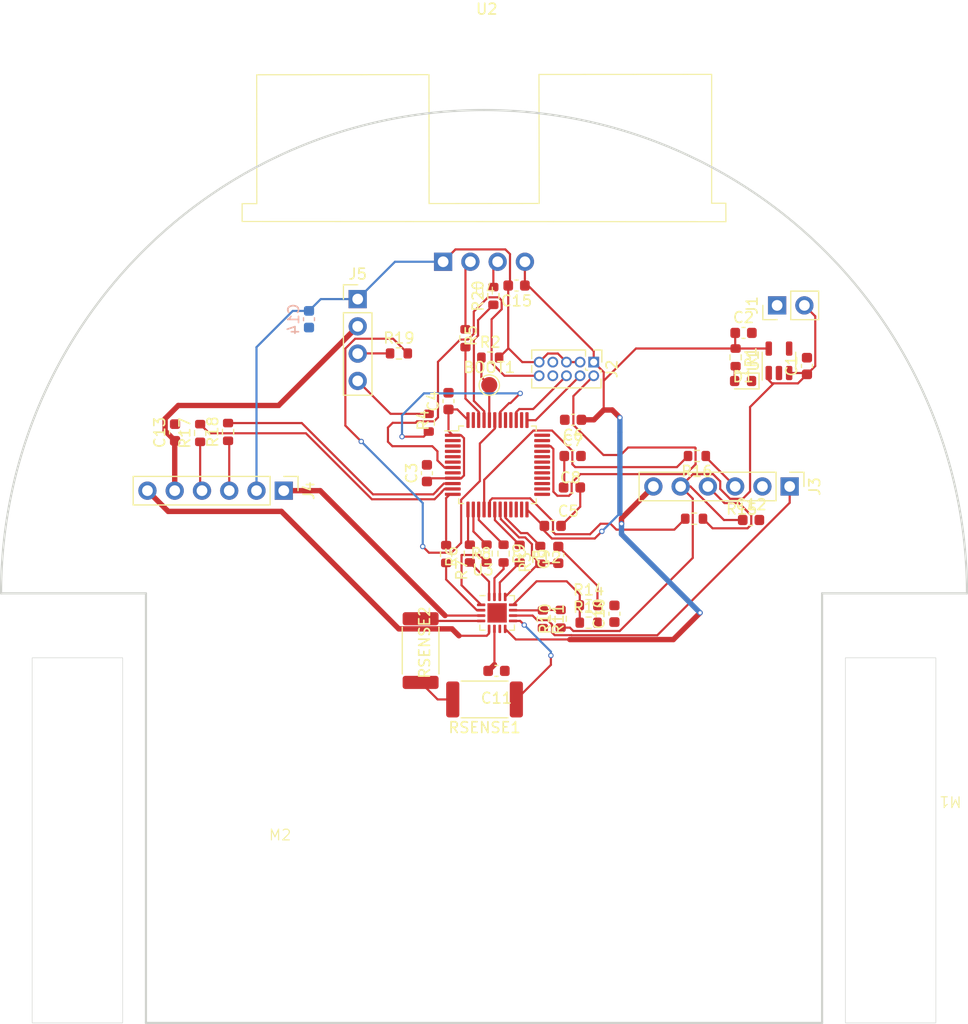
<source format=kicad_pcb>
(kicad_pcb (version 20221018) (generator pcbnew)
  (layers (0 "F.Cu" signal) (31 "B.Cu" signal) (34 "B.Paste" user) (35 "F.Paste" user) (36 "B.SilkS" user "B.Silkscreen") (37 "F.SilkS" user "F.Silkscreen") (38 "B.Mask" user) (39 "F.Mask" user) (44 "Edge.Cuts" user))
  (net 0 "")
  (net 1 "+3.3V")
  (net 2 "GND")
  (net 3 "+BATT")
  (net 4 "/mcu/IN_B2")
  (net 5 "/mcu/BOOT0")
  (net 6 "Net-(C10-Pad1)")
  (net 7 "/mcu/TIM15_CH1")
  (net 9 "/mcu/TIM15_CH2")
  (net 11 "/mcu/OUT_A4")
  (net 12 "/motorA/MA")
  (net 13 "/mcu/OUT_A5")
  (net 14 "/mcu/OUT_B0")
  (net 15 "/motorB/MA")
  (net 16 "/mcu/OUT_B1")
  (net 17 "Net-(D1-A)")
  (net 18 "/mcu/OUT_B9")
  (net 19 "Net-(U2-PB0)")
  (net 20 "/mcu/TIM3_CH1")
  (net 21 "/mcu/TIM2_CH1")
  (net 22 "/mcu/TIM3_CH2")
  (net 23 "/mcu/TIM2_CH2")
  (net 24 "/mcu/TIM8_CH2")
  (net 25 "Net-(U4-ECHO)")
  (net 26 "Net-(U2-PB6)")
  (net 27 "Net-(U2-PB9)")
  (net 28 "Net-(U2-PA2)")
  (net 29 "Net-(U2-PA3)")
  (net 30 "Net-(U2-PA4)")
  (net 31 "/mcu/~{RESET}")
  (net 32 "Net-(U2-PA5)")
  (net 33 "Net-(U3-REF)")
  (net 34 "Net-(U3-TOFF)")
  (net 35 "Net-(J3-Pin_4)")
  (net 36 "Net-(J3-Pin_3)")
  (net 37 "Net-(J4-Pin_4)")
  (net 38 "Net-(J4-Pin_3)")
  (net 39 "Net-(J5-Pin_3)")
  (net 40 "Net-(U3-SENSEB)")
  (net 41 "Net-(U3-SENSEA)")
  (net 42 "/mcu/SWDIO")
  (net 45 "/mcu/SWDCLK")
  (net 47 "/mcu/SWO")
  (net 67 "/motorB/MB")
  (net 68 "/motorA/MB")
  (net 69 "/external_uart/EXT_UART_RX")
  (net 70 "/external_uart/EXT_UART_TX")
  (footprint "Package_TO_SOT_SMD:SOT-23-5" (layer "F.Cu") (at 177.48 78.3475 90)
    (fp_text reference "U1")
    (fp_text value "LP5907MFX-3.3")
  )
  (footprint "Resistor_SMD:R_0603_1608Metric" (layer "F.Cu") (at 173.44 78.0275 -90)
    (fp_text reference "R1")
    (fp_text value "330")
  )
  (footprint "minimouse:N20_with_encoder" (layer "F.Cu") (at 131 123)
    (fp_text reference "M2")
    (fp_text value "N20_encoder")
    (fp_rect (start -23.1 -17) (end -14.67 17) (stroke (width 0.05)) (fill none) (layer "Edge.Cuts"))
  )
  (footprint "TestPoint:TestPoint_Pad_D1.5mm" (layer "F.Cu") (at 150.49 80.61)
    (fp_text reference "BOOT1")
    (fp_text value "TestPoint")
  )
  (footprint "Connector_PinHeader_2.54mm:PinHeader_1x06_P2.54mm_Vertical" (layer "F.Cu") (at 178.48 90.05 -90)
    (fp_text reference "J3")
    (fp_text value "Conn_01x06_Pin")
  )
  (footprint "Package_QFP:LQFP-48_7x7mm_P0.5mm" (layer "F.Cu") (at 151.2525 88.03)
    (fp_text reference "U2")
    (fp_text value locked "STM32F030C8Tx")
  )
  (footprint "Resistor_SMD:R_0603_1608Metric" (layer "F.Cu") (at 169.835 87.21 180)
    (fp_text reference "R16")
    (fp_text value "100Ω")
  )
  (footprint "Resistor_SMD:R_0603_1608Metric" (layer "F.Cu") (at 159.745 102.73)
    (fp_text reference "R13")
    (fp_text value "1kΩ")
  )
  (footprint "Resistor_SMD:R_0603_1608Metric" (layer "F.Cu") (at 157.14 102.37 90)
    (fp_text reference "R10")
    (fp_text value "10kΩ")
  )
  (footprint "Resistor_SMD:R_0603_1608Metric" (layer "F.Cu") (at 144.85 84.11 -90)
    (fp_text reference "R4")
    (fp_text value "100")
  )
  (footprint "Capacitor_SMD:C_0603_1608Metric" (layer "F.Cu") (at 146.69 82.1 90)
    (fp_text reference "C4")
    (fp_text value "2.2uF")
  )
  (footprint "Resistor_SMD:R_0603_1608Metric" (layer "F.Cu") (at 151.82 96.3 -90)
    (fp_text reference "R9")
    (fp_text value "100")
  )
  (footprint "minimouse:HC-SR04" (layer "F.Cu") (at 150 69.125)
    (fp_text reference "U4")
    (fp_text value "HC-SR04")
  )
  (footprint "Capacitor_SMD:C_0603_1608Metric" (layer "F.Cu") (at 156.4 93.72)
    (fp_text reference "C5")
    (fp_text value "0.1uF" hide)
  )
  (footprint "Capacitor_SMD:C_0603_1608Metric" (layer "F.Cu") (at 151.16 107.22)
    (fp_text reference "C11")
    (fp_text value "2.2uF")
  )
  (footprint "minimouse:N20_with_encoder" (layer "F.Cu") (at 169 123 180)
    (fp_text reference "M1")
    (fp_text value "N20_encoder")
    (fp_rect (start -23.1 -17) (end -14.67 17) (stroke (width 0.05)) (fill none) (layer "Edge.Cuts"))
  )
  (footprint "Connector_PinHeader_2.54mm:PinHeader_1x06_P2.54mm_Vertical" (layer "F.Cu") (at 131.34 90.44 -90)
    (fp_text reference "J4")
    (fp_text value "Conn_01x06_Pin")
  )
  (footprint "Capacitor_SMD:C_0603_1608Metric" (layer "F.Cu") (at 162.15 101.9 90)
    (fp_text reference "C10")
    (fp_text value "22nF")
  )
  (footprint "Connector_PinHeader_2.54mm:PinHeader_1x04_P2.54mm_Vertical" (layer "F.Cu") (at 138.23 72.6)
    (fp_text reference "J5")
    (fp_text value "Conn_01x04")
  )
  (footprint "LED_SMD:LED_0603_1608Metric" (layer "F.Cu") (at 174.14 80.2275 180)
    (fp_text reference "D1")
    (fp_text value "LED")
  )
  (footprint "Resistor_SMD:R_0603_1608Metric" (layer "F.Cu") (at 142.07 77.66)
    (fp_text reference "R19")
    (fp_text value "100Ω\n")
  )
  (footprint "Capacitor_SMD:C_0603_1608Metric" (layer "F.Cu") (at 144.68 88.81 90)
    (fp_text reference "C3")
    (fp_text value "2.2uF")
  )
  (footprint "Resistor_SMD:R_0603_1608Metric" (layer "F.Cu") (at 169.575 93.05 180)
    (fp_text reference locked "R15")
    (fp_text value "100Ω")
  )
  (footprint "Resistor_SMD:R_0603_1608Metric" (layer "F.Cu") (at 150.24 96.295 -90)
    (fp_text reference "R8")
    (fp_text value "100")
  )
  (footprint "Resistor_SMD:R_2512_6332Metric" (layer "F.Cu") (at 150.05 109.88 180)
    (fp_text reference "RSENSE1")
    (fp_text value "330mΩ")
  )
  (footprint "Capacitor_SMD:C_0603_1608Metric" (layer "F.Cu") (at 153.03 71.34 180)
    (fp_text reference "C15")
    (fp_text value "2.2uF")
  )
  (footprint "Resistor_SMD:R_0603_1608Metric" (layer "F.Cu") (at 148.68 96.3 -90)
    (fp_text reference "R7")
    (fp_text value "100")
  )
  (footprint "Resistor_SMD:R_0603_1608Metric" (layer "F.Cu") (at 150.58 78.05)
    (fp_text reference "R2")
    (fp_text value "10k")
  )
  (footprint "Capacitor_SMD:C_0603_1608Metric" (layer "F.Cu") (at 158.19 90.14)
    (fp_text reference "C8")
    (fp_text value "0.1uF")
  )
  (footprint "Capacitor_SMD:C_0603_1608Metric" (layer "F.Cu") (at 121.21 85.02 90)
    (fp_text reference "C13")
    (fp_text value "2.2uF")
  )
  (footprint "Resistor_SMD:R_0603_1608Metric" (layer "F.Cu") (at 159.745 101.11)
    (fp_text reference "R14")
    (fp_text value "47kΩ")
  )
  (footprint "Resistor_SMD:R_0603_1608Metric" (layer "F.Cu") (at 150.87 72.31 90)
    (fp_text reference "R20")
    (fp_text value "100")
  )
  (footprint "Package_DFN_QFN:VQFN-16-1EP_3x3mm_P0.5mm_EP1.8x1.8mm" (layer "F.Cu") (at 151.22 101.82)
    (fp_text reference "U3")
    (fp_text value "STSPIN240")
  )
  (footprint "Capacitor_SMD:C_0603_1608Metric" (layer "F.Cu") (at 174.88 93.17)
    (fp_text reference "C12")
    (fp_text value "2.2uF")
  )
  (footprint "Resistor_SMD:R_0603_1608Metric" (layer "F.Cu") (at 153.32 96.315 90)
    (fp_text reference "R3")
    (fp_text value "100")
  )
  (footprint "Resistor_SMD:R_0603_1608Metric" (layer "F.Cu") (at 155.48 102.41 -90)
    (fp_text reference "R11")
    (fp_text value "10kΩ")
  )
  (footprint "Capacitor_SMD:C_0603_1608Metric" (layer "F.Cu") (at 174.18 75.7475)
    (fp_text reference "C2")
    (fp_text value "2.2uF")
  )
  (footprint "Capacitor_SMD:C_0603_1608Metric" (layer "F.Cu") (at 180.09 78.8325 90)
    (fp_text reference "C1")
    (fp_text value "2.2uF")
  )
  (footprint "Connector_PinHeader_1.27mm:PinHeader_2x05_P1.27mm_Vertical" (layer "F.Cu") (at 160.22 78.47 -90)
    (fp_text reference "J2")
    (fp_text value "Conn_ARM_JTAG_SWD_10")
  )
  (footprint "Resistor_SMD:R_0603_1608Metric" (layer "F.Cu") (at 148.27 76.245 -90)
    (fp_text reference "R5")
    (fp_text value "100")
  )
  (footprint "Connector_PinHeader_2.54mm:PinHeader_1x02_P2.54mm_Vertical" (layer "F.Cu") (at 177.31 73.1875 90)
    (fp_text reference "J1")
    (fp_text value "Conn_01x02")
  )
  (footprint "Resistor_SMD:R_2512_6332Metric" (layer "F.Cu") (at 144.09 105.33 -90)
    (fp_text reference "RSENSE2")
    (fp_text value "330mΩ")
  )
  (footprint "Capacitor_SMD:C_0603_1608Metric" (layer "F.Cu") (at 158.255 87.21)
    (fp_text reference "C7")
    (fp_text value "0.1uF")
  )
  (footprint "Capacitor_SMD:C_0603_1608Metric" (layer "F.Cu") (at 158.3 83.84 180)
    (fp_text reference "C6")
    (fp_text value "0.1uF")
  )
  (footprint "Capacitor_SMD:C_0603_1608Metric" (layer "F.Cu") (at 156.92 96.42 90)
    (fp_text reference "C9")
    (fp_text value "1nF")
  )
  (footprint "Resistor_SMD:R_0603_1608Metric" (layer "F.Cu") (at 126.15 84.97 90)
    (fp_text reference "R18")
    (fp_text value "100Ω")
  )
  (footprint "Resistor_SMD:R_0603_1608Metric" (layer "F.Cu") (at 123.55 85.07 90)
    (fp_text reference "R17")
    (fp_text value "100Ω")
  )
  (footprint "Resistor_SMD:R_0603_1608Metric" (layer "F.Cu") (at 155.24 96.42 -90)
    (fp_text reference "R12")
    (fp_text value "10kΩ")
  )
  (footprint "Resistor_SMD:R_0603_1608Metric" (layer "F.Cu") (at 146.47 96.34 -90)
    (fp_text reference "R6")
    (fp_text value "100")
  )
  (footprint "Capacitor_SMD:C_0603_1608Metric" (layer "B.Cu") (at 133.69 74.475 -90)
    (fp_text reference "C14")
    (fp_text value "2.2uF")
  )
  (gr_arc locked (start 105 100) (mid 150 55) (end 195 100) (stroke (width 0.2)) (layer "Edge.Cuts"))
  (gr_line locked (start 181.5 140) (end 118.5 140) (stroke (width 0.2)) (layer "Edge.Cuts"))
  (gr_line locked (start 118.5 100) (end 105 100) (stroke (width 0.2)) (layer "Edge.Cuts"))
  (gr_line locked (start 181.5 100) (end 181.5 140) (stroke (width 0.2)) (layer "Edge.Cuts"))
  (gr_line locked (start 195 100) (end 181.5 100) (stroke (width 0.2)) (layer "Edge.Cuts"))
  (gr_line locked (start 118.5 140) (end 118.5 100) (stroke (width 0.2)) (layer "Edge.Cuts"))
  (segment (start 161.15 80.21) (end 161.15 79.4) (width 0.2) (layer "F.Cu") (net 1))
  (segment (start 161.15 79.4) (end 160.22 78.47) (width 0.2) (layer "F.Cu") (net 1))
  (segment (start 147.51009 82.875) (end 148.51259 83.8775) (width 0.2) (layer "F.Cu") (net 1))
  (segment (start 153.805 69.13) (end 153.81 69.125) (width 0.2) (layer "F.Cu") (net 1))
  (segment (start 148.13759 89.02241) (end 148.13759 85.55759) (width 0.2) (layer "F.Cu") (net 1))
  (segment (start 173.405 75.7475) (end 173.405 77.1675) (width 0.2) (layer "F.Cu") (net 1))
  (segment (start 161.15 82.93) (end 161.95 82.93) (width 0.5) (layer "F.Cu") (net 1))
  (segment (start 157.48 90.075) (end 157.415 90.14) (width 0.2) (layer "F.Cu") (net 1))
  (segment (start 154.11 71.34) (end 160.22 77.45) (width 0.2) (layer "F.Cu") (net 1))
  (segment (start 160.22 77.45) (end 160.22 78.47) (width 0.2) (layer "F.Cu") (net 1))
  (segment (start 176.5225 77.2025) (end 176.53 77.21) (width 0.2) (layer "F.Cu") (net 1))
  (segment (start 155.625 93.72) (end 155.625 94.195) (width 0.2) (layer "F.Cu") (net 1))
  (segment (start 146.69 84.87991) (end 147.10009 85.29) (width 0.2) (layer "F.Cu") (net 1))
  (segment (start 147.10009 89.29) (end 147.87 89.29) (width 0.2) (layer "F.Cu") (net 1))
  (segment (start 157.48 87.21) (end 157.48 90.075) (width 0.2) (layer "F.Cu") (net 1))
  (segment (start 146.69 82.875) (end 146.69 84.87991) (width 0.2) (layer "F.Cu") (net 1))
  (segment (start 153.805 71.34) (end 154.11 71.34) (width 0.2) (layer "F.Cu") (net 1))
  (segment (start 147.87 89.29) (end 148.13759 89.02241) (width 0.2) (layer "F.Cu") (net 1))
  (segment (start 160.315 94.895) (end 160.98 94.23) (width 0.2) (layer "F.Cu") (net 1))
  (segment (start 164.1575 77.2025) (end 161.15 80.21) (width 0.2) (layer "F.Cu") (net 1))
  (segment (start 161.15 82.93) (end 161.15 80.21) (width 0.2) (layer "F.Cu") (net 1))
  (segment (start 155.625 93.72) (end 155.53009 93.72) (width 0.2) (layer "F.Cu") (net 1))
  (segment (start 155.625 94.195) (end 156.325 94.895) (width 0.2) (layer "F.Cu") (net 1))
  (segment (start 147.10009 89.29) (end 144.975 89.29) (width 0.2) (layer "F.Cu") (net 1))
  (segment (start 148.13759 85.55759) (end 147.87 85.29) (width 0.2) (layer "F.Cu") (net 1))
  (segment (start 173.405 77.1675) (end 173.44 77.2025) (width 0.2) (layer "F.Cu") (net 1))
  (segment (start 155.53009 93.72) (end 154.01259 92.2025) (width 0.2) (layer "F.Cu") (net 1))
  (segment (start 156.325 94.895) (end 160.315 94.895) (width 0.2) (layer "F.Cu") (net 1))
  (segment (start 147.87 85.29) (end 147.10009 85.29) (width 0.2) (layer "F.Cu") (net 1))
  (segment (start 159.075 83.84) (end 160.24 83.84) (width 0.5) (layer "F.Cu") (net 1))
  (segment (start 146.69 82.875) (end 147.51009 82.875) (width 0.2) (layer "F.Cu") (net 1))
  (segment (start 173.44 77.2025) (end 176.5225 77.2025) (width 0.2) (layer "F.Cu") (net 1))
  (segment (start 144.975 89.29) (end 144.68 89.585) (width 0.2) (layer "F.Cu") (net 1))
  (segment (start 153.805 71.34) (end 153.805 69.13) (width 0.2) (layer "F.Cu") (net 1))
  (segment (start 173.44 77.2025) (end 164.1575 77.2025) (width 0.2) (layer "F.Cu") (net 1))
  (segment (start 160.24 83.84) (end 161.15 82.93) (width 0.5) (layer "F.Cu") (net 1))
  (segment (start 161.95 82.93) (end 162.66 83.64) (width 0.5) (layer "F.Cu") (net 1))
  (via (at 160.98 94.23) (size 0.5) (drill 0.3) (layers "F.Cu" "B.Cu") (net 1))
  (via (at 162.66 83.64) (size 0.5) (drill 0.3) (layers "F.Cu" "B.Cu") (net 1))
  (segment (start 162.66 92.55) (end 162.66 85) (width 0.5) (layer "B.Cu") (net 1))
  (segment (start 162.66 85) (end 162.66 83.64) (width 0.5) (layer "B.Cu") (net 1))
  (segment (start 162.66 92.55) (end 160.98 94.23) (width 0.2) (layer "B.Cu") (net 1))
  (segment (start 153.565 78.47) (end 152.255 77.16) (width 0.2) (layer "F.Cu") (net 2))
  (segment (start 158.965 91.93) (end 157.175 93.72) (width 0.2) (layer "F.Cu") (net 2))
  (segment (start 156.88 77.67) (end 155.94 77.67) (width 0.2) (layer "F.Cu") (net 2))
  (segment (start 147.34 67.975) (end 151.986346 67.975) (width 0.2) (layer "F.Cu") (net 2))
  (segment (start 152.255 77.16) (end 152.255 77.2) (width 0.2) (layer "F.Cu") (net 2))
  (segment (start 155.94 77.67) (end 155.14 78.47) (width 0.2) (layer "F.Cu") (net 2))
  (segment (start 157.68 78.47) (end 158.95 78.47) (width 0.2) (layer "F.Cu") (net 2))
  (segment (start 155.14 78.47) (end 153.565 78.47) (width 0.2) (layer "F.Cu") (net 2))
  (segment (start 157.68 78.47) (end 156.88 77.67) (width 0.2) (layer "F.Cu") (net 2))
  (segment (start 158.965 90.14) (end 158.965 91.93) (width 0.2) (layer "F.Cu") (net 2))
  (segment (start 152.42 68.408654) (end 152.42 71.175) (width 0.2) (layer "F.Cu") (net 2))
  (segment (start 152.255 71.34) (end 152.255 77.16) (width 0.2) (layer "F.Cu") (net 2))
  (segment (start 146.19 69.125) (end 147.34 67.975) (width 0.2) (layer "F.Cu") (net 2))
  (segment (start 151.986346 67.975) (end 152.42 68.408654) (width 0.2) (layer "F.Cu") (net 2))
  (segment (start 145.6775 109.88) (end 147.0875 109.88) (width 0.2) (layer "F.Cu") (net 2))
  (segment (start 160.57 99.295) (end 160.57 101.11) (width 0.2) (layer "F.Cu") (net 2))
  (segment (start 156.92 95.645) (end 160.57 99.295) (width 0.2) (layer "F.Cu") (net 2))
  (segment (start 152.42 71.175) (end 152.255 71.34) (width 0.2) (layer "F.Cu") (net 2))
  (segment (start 152.255 77.2) (end 151.405 78.05) (width 0.2) (layer "F.Cu") (net 2))
  (segment (start 144.09 108.2925) (end 145.6775 109.88) (width 0.2) (layer "F.Cu") (net 2))
  (segment (start 128.8 90.44) (end 128.8 77.08) (width 0.2) (layer "B.Cu") (net 2))
  (segment (start 146.19 69.125) (end 141.705 69.125) (width 0.2) (layer "B.Cu") (net 2))
  (segment (start 128.8 77.08) (end 132.18 73.7) (width 0.2) (layer "B.Cu") (net 2))
  (segment (start 132.18 73.7) (end 133.69 73.7) (width 0.2) (layer "B.Cu") (net 2))
  (segment (start 134.79 72.6) (end 133.69 73.7) (width 0.2) (layer "B.Cu") (net 2))
  (segment (start 138.23 72.6) (end 134.79 72.6) (width 0.2) (layer "B.Cu") (net 2))
  (segment (start 141.705 69.125) (end 138.23 72.6) (width 0.2) (layer "B.Cu") (net 2))
  (segment (start 180.09 79.6075) (end 180.865 78.8325) (width 0.2) (layer "F.Cu") (net 3))
  (segment (start 178.43 79.485) (end 179.9675 79.485) (width 0.2) (layer "F.Cu") (net 3))
  (segment (start 120.285 83.734172) (end 120.285 84.87) (width 0.5) (layer "F.Cu") (net 3))
  (segment (start 179.9675 79.485) (end 180.09 79.6075) (width 0.2) (layer "F.Cu") (net 3))
  (segment (start 172.923654 91.2) (end 172.01 90.286346) (width 0.2) (layer "F.Cu") (net 3))
  (segment (start 179.25 80.4475) (end 180.09 79.6075) (width 0.2) (layer "F.Cu") (net 3))
  (segment (start 130.86 82.51) (end 121.509172 82.51) (width 0.5) (layer "F.Cu") (net 3))
  (segment (start 176.99 80.4475) (end 179.25 80.4475) (width 0.2) (layer "F.Cu") (net 3))
  (segment (start 157.14 103.195) (end 158.004189 103.195) (width 0.2) (layer "F.Cu") (net 3))
  (segment (start 121.18 90.44) (end 121.18 85.825) (width 0.5) (layer "F.Cu") (net 3))
  (segment (start 172.353654 93.17) (end 169.233654 90.05) (width 0.2) (layer "F.Cu") (net 3))
  (segment (start 138.23 75.14) (end 130.86 82.51) (width 0.5) (layer "F.Cu") (net 3))
  (segment (start 174.79 90.51) (end 174.1 91.2) (width 0.2) (layer "F.Cu") (net 3))
  (segment (start 176.53 79.485) (end 176.53 80.147499) (width 0.2) (layer "F.Cu") (net 3))
  (segment (start 169.47 88.9) (end 168.32 90.05) (width 0.2) (layer "F.Cu") (net 3))
  (segment (start 121.509172 82.51) (end 120.285 83.734172) (width 0.5) (layer "F.Cu") (net 3))
  (segment (start 162.645 103.505) (end 169.45 96.7) (width 0.2) (layer "F.Cu") (net 3))
  (segment (start 176.830001 80.4475) (end 176.99 80.4475) (width 0.2) (layer "F.Cu") (net 3))
  (segment (start 176.53 80.147499) (end 176.830001 80.4475) (width 0.2) (layer "F.Cu") (net 3))
  (segment (start 150.97 103.3075) (end 150.97 106.635) (width 0.2) (layer "F.Cu") (net 3))
  (segment (start 169.45 96.7) (end 169.45 91.18) (width 0.2) (layer "F.Cu") (net 3))
  (segment (start 180.865 74.2025) (end 179.85 73.1875) (width 0.2) (layer "F.Cu") (net 3))
  (segment (start 174.1 91.2) (end 172.923654 91.2) (width 0.2) (layer "F.Cu") (net 3))
  (segment (start 174.105 93.17) (end 172.353654 93.17) (width 0.2) (layer "F.Cu") (net 3))
  (segment (start 120.285 84.87) (end 121.21 85.795) (width 0.5) (layer "F.Cu") (net 3))
  (segment (start 180.865 78.8325) (end 180.865 74.2025) (width 0.2) (layer "F.Cu") (net 3))
  (segment (start 174.79 82.6475) (end 174.79 90.51) (width 0.2) (layer "F.Cu") (net 3))
  (segment (start 150.97 106.635) (end 150.385 107.22) (width 0.5) (layer "F.Cu") (net 3))
  (segment (start 121.18 85.825) (end 121.21 85.795) (width 0.5) (layer "F.Cu") (net 3))
  (segment (start 171.336346 88.9) (end 169.47 88.9) (width 0.2) (layer "F.Cu") (net 3))
  (segment (start 158.004189 103.195) (end 158.314189 103.505) (width 0.2) (layer "F.Cu") (net 3))
  (segment (start 172.01 89.573654) (end 171.336346 88.9) (width 0.2) (layer "F.Cu") (net 3))
  (segment (start 169.233654 90.05) (end 168.32 90.05) (width 0.2) (layer "F.Cu") (net 3))
  (segment (start 158.314189 103.505) (end 162.645 103.505) (width 0.2) (layer "F.Cu") (net 3))
  (segment (start 169.45 91.18) (end 168.32 90.05) (width 0.2) (layer "F.Cu") (net 3))
  (segment (start 176.99 80.4475) (end 174.79 82.6475) (width 0.2) (layer "F.Cu") (net 3))
  (segment (start 172.01 90.286346) (end 172.01 89.573654) (width 0.2) (layer "F.Cu") (net 3))
  (segment (start 152.01259 92.97241) (end 152.01259 92.2025) (width 0.2) (layer "F.Cu") (net 4))
  (segment (start 155.24 95.595) (end 154.035 94.39) (width 0.2) (layer "F.Cu") (net 4))
  (segment (start 154.035 94.39) (end 153.43018 94.39) (width 0.2) (layer "F.Cu") (net 4))
  (segment (start 153.43018 94.39) (end 152.01259 92.97241) (width 0.2) (layer "F.Cu") (net 4))
  (segment (start 150.49 83.85491) (end 150.51259 83.8775) (width 0.2) (layer "F.Cu") (net 5))
  (segment (start 150.49 80.61) (end 150.49 83.85491) (width 0.2) (layer "F.Cu") (net 5))
  (segment (start 150.49 80.61) (end 149.755 79.875) (width 0.2) (layer "F.Cu") (net 5))
  (segment (start 149.755 79.875) (end 149.755 78.05) (width 0.2) (layer "F.Cu") (net 5))
  (segment (start 149.330614 101.57) (end 149.7325 101.57) (width 0.2) (layer "F.Cu") (net 7))
  (segment (start 146.47 98.709386) (end 149.330614 101.57) (width 0.2) (layer "F.Cu") (net 7))
  (segment (start 146.47 97.165) (end 146.47 98.709386) (width 0.2) (layer "F.Cu") (net 7))
  (segment (start 150.47 100.3325) (end 150.47 98.915) (width 0.2) (layer "F.Cu") (net 9))
  (segment (start 150.47 98.915) (end 148.68 97.125) (width 0.2) (layer "F.Cu") (net 9))
  (segment (start 150.24 97.12) (end 149.545 96.425) (width 0.2) (layer "F.Cu") (net 11))
  (segment (start 147.905 99.2425) (end 149.7325 101.07) (width 0.2) (layer "F.Cu") (net 11))
  (segment (start 147.905 96.445) (end 147.905 99.2425) (width 0.2) (layer "F.Cu") (net 11))
  (segment (start 149.545 96.425) (end 147.925 96.425) (width 0.2) (layer "F.Cu") (net 11))
  (segment (start 147.925 96.425) (end 147.905 96.445) (width 0.2) (layer "F.Cu") (net 11))
  (segment (start 155.927648 102.495) (end 156.34 102.907352) (width 0.2) (layer "F.Cu") (net 12))
  (segment (start 158.158503 103.905) (end 166.143696 103.905) (width 0.2) (layer "F.Cu") (net 12))
  (segment (start 154.527352 102.07) (end 154.952352 102.495) (width 0.2) (layer "F.Cu") (net 12))
  (segment (start 156.34 102.907352) (end 156.34 103.65) (width 0.2) (layer "F.Cu") (net 12))
  (segment (start 156.585 103.895) (end 158.148504 103.895) (width 0.2) (layer "F.Cu") (net 12))
  (segment (start 178.48 91.568696) (end 178.48 90.05) (width 0.2) (layer "F.Cu") (net 12))
  (segment (start 154.952352 102.495) (end 155.927648 102.495) (width 0.2) (layer "F.Cu") (net 12))
  (segment (start 166.143696 103.905) (end 178.48 91.568696) (width 0.2) (layer "F.Cu") (net 12))
  (segment (start 152.7075 102.07) (end 154.527352 102.07) (width 0.2) (layer "F.Cu") (net 12))
  (segment (start 156.34 103.65) (end 156.585 103.895) (width 0.2) (layer "F.Cu") (net 12))
  (segment (start 158.148504 103.895) (end 158.158503 103.905) (width 0.2) (layer "F.Cu") (net 12))
  (segment (start 150.97 98.59) (end 151.82 97.74) (width 0.2) (layer "F.Cu") (net 13))
  (segment (start 151.82 97.74) (end 151.82 97.125) (width 0.2) (layer "F.Cu") (net 13))
  (segment (start 150.97 100.3325) (end 150.97 98.59) (width 0.2) (layer "F.Cu") (net 13))
  (segment (start 151.47 100.3325) (end 151.47 98.99) (width 0.2) (layer "F.Cu") (net 14))
  (segment (start 151.47 98.99) (end 153.32 97.14) (width 0.2) (layer "F.Cu") (net 14))
  (segment (start 149.7325 102.07) (end 146.364744 102.07) (width 0.2) (layer "F.Cu") (net 15))
  (segment (start 134.734744 90.44) (end 131.34 90.44) (width 0.5) (layer "F.Cu") (net 15))
  (segment (start 146.364744 102.07) (end 134.734744 90.44) (width 0.5) (layer "F.Cu") (net 15))
  (segment (start 155.24 97.245) (end 155.0575 97.245) (width 0.2) (layer "F.Cu") (net 16))
  (segment (start 154.465 96.47) (end 155.24 97.245) (width 0.2) (layer "F.Cu") (net 16))
  (segment (start 155.29 97.195) (end 155.24 97.245) (width 0.2) (layer "F.Cu") (net 16))
  (segment (start 151.56259 93.02241) (end 151.56259 93.088095) (width 0.2) (layer "F.Cu") (net 16))
  (segment (start 155.0575 97.245) (end 151.97 100.3325) (width 0.2) (layer "F.Cu") (net 16))
  (segment (start 151.56259 93.088095) (end 153.264495 94.79) (width 0.2) (layer "F.Cu") (net 16))
  (segment (start 154.465 95.42) (end 154.465 96.47) (width 0.2) (layer "F.Cu") (net 16))
  (segment (start 153.264495 94.79) (end 153.835 94.79) (width 0.2) (layer "F.Cu") (net 16))
  (segment (start 153.835 94.79) (end 154.465 95.42) (width 0.2) (layer "F.Cu") (net 16))
  (segment (start 156.92 97.195) (end 155.29 97.195) (width 0.2) (layer "F.Cu") (net 16))
  (segment (start 173.3525 78.94) (end 173.44 78.8525) (width 0.2) (layer "F.Cu") (net 17))
  (segment (start 173.3525 80.2275) (end 173.3525 78.94) (width 0.2) (layer "F.Cu") (net 17))
  (segment (start 148.27 69.585) (end 148.73 69.125) (width 0.2) (layer "F.Cu") (net 18))
  (segment (start 148.27 75.42) (end 148.27 69.585) (width 0.2) (layer "F.Cu") (net 18))
  (segment (start 151.01259 93.18259) (end 153.32 95.49) (width 0.2) (layer "F.Cu") (net 19))
  (segment (start 151.01259 92.2025) (end 151.01259 93.18259) (width 0.2) (layer "F.Cu") (net 19))
  (segment (start 169.01 87.21) (end 167.97 88.25) (width 0.2) (layer "F.Cu") (net 20))
  (segment (start 150.01259 89.43259) (end 150.01259 92.2025) (width 0.2) (layer "F.Cu") (net 20))
  (segment (start 158.23 86.736304) (end 156.333696 84.84) (width 0.2) (layer "F.Cu") (net 20))
  (segment (start 158.5 88.25) (end 158.23 87.98) (width 0.2) (layer "F.Cu") (net 20))
  (segment (start 167.97 88.25) (end 158.5 88.25) (width 0.2) (layer "F.Cu") (net 20))
  (segment (start 154.60518 84.84) (end 150.01259 89.43259) (width 0.2) (layer "F.Cu") (net 20))
  (segment (start 158.23 87.98) (end 158.23 86.736304) (width 0.2) (layer "F.Cu") (net 20))
  (segment (start 156.333696 84.84) (end 154.60518 84.84) (width 0.2) (layer "F.Cu") (net 20))
  (segment (start 139.66 90.784314) (end 133.020685 84.145) (width 0.2) (layer "F.Cu") (net 21))
  (segment (start 145.6525 90.381905) (end 145.6525 90.411814) (width 0.2) (layer "F.Cu") (net 21))
  (segment (start 145.28 90.784314) (end 139.66 90.784314) (width 0.2) (layer "F.Cu") (net 21))
  (segment (start 147.09 89.78) (end 146.254405 89.78) (width 0.2) (layer "F.Cu") (net 21))
  (segment (start 146.254405 89.78) (end 145.6525 90.381905) (width 0.2) (layer "F.Cu") (net 21))
  (segment (start 145.6525 90.411814) (end 145.28 90.784314) (width 0.2) (layer "F.Cu") (net 21))
  (segment (start 133.020685 84.145) (end 126.15 84.145) (width 0.2) (layer "F.Cu") (net 21))
  (segment (start 161.787818 93.52) (end 160.852182 93.52) (width 0.2) (layer "F.Cu") (net 22))
  (segment (start 162.337818 94.07) (end 161.787818 93.52) (width 0.2) (layer "F.Cu") (net 22))
  (segment (start 156.425 94.275) (end 156.425 93.285) (width 0.2) (layer "F.Cu") (net 22))
  (segment (start 156.425 93.285) (end 154.295 91.155) (width 0.2) (layer "F.Cu") (net 22))
  (segment (start 150.5525 91.37259) (end 150.5525 92.16259) (width 0.2) (layer "F.Cu") (net 22))
  (segment (start 150.5525 92.16259) (end 150.51259 92.2025) (width 0.2) (layer "F.Cu") (net 22))
  (segment (start 168.75 93.05) (end 167.73 94.07) (width 0.2) (layer "F.Cu") (net 22))
  (segment (start 156.645 94.495) (end 156.425 94.275) (width 0.2) (layer "F.Cu") (net 22))
  (segment (start 160.852182 93.52) (end 159.877182 94.495) (width 0.2) (layer "F.Cu") (net 22))
  (segment (start 150.77009 91.155) (end 150.5525 91.37259) (width 0.2) (layer "F.Cu") (net 22))
  (segment (start 159.877182 94.495) (end 156.645 94.495) (width 0.2) (layer "F.Cu") (net 22))
  (segment (start 167.73 94.07) (end 162.337818 94.07) (width 0.2) (layer "F.Cu") (net 22))
  (segment (start 154.295 91.155) (end 150.77009 91.155) (width 0.2) (layer "F.Cu") (net 22))
  (segment (start 146.0525 90.54759) (end 146.32009 90.28) (width 0.2) (layer "F.Cu") (net 23))
  (segment (start 133.405 85.095) (end 139.55 91.24) (width 0.2) (layer "F.Cu") (net 23))
  (segment (start 146.0525 90.5775) (end 146.0525 90.54759) (width 0.2) (layer "F.Cu") (net 23))
  (segment (start 145.39 91.24) (end 146.0525 90.5775) (width 0.2) (layer "F.Cu") (net 23))
  (segment (start 146.32009 90.28) (end 147.09 90.28) (width 0.2) (layer "F.Cu") (net 23))
  (segment (start 139.55 91.24) (end 145.39 91.24) (width 0.2) (layer "F.Cu") (net 23))
  (segment (start 124.4 85.095) (end 133.405 85.095) (width 0.2) (layer "F.Cu") (net 23))
  (segment (start 123.55 84.245) (end 124.4 85.095) (width 0.2) (layer "F.Cu") (net 23))
  (segment (start 149.445 74.56) (end 149.445 75.998334) (width 0.2) (layer "F.Cu") (net 24))
  (segment (start 149.055 82.084314) (end 150.01259 83.041904) (width 0.2) (layer "F.Cu") (net 24))
  (segment (start 149.055 76.388334) (end 149.055 82.084314) (width 0.2) (layer "F.Cu") (net 24))
  (segment (start 150.87 73.135) (end 149.445 74.56) (width 0.2) (layer "F.Cu") (net 24))
  (segment (start 150.01259 83.041904) (end 150.01259 83.8775) (width 0.2) (layer "F.Cu") (net 24))
  (segment (start 149.445 75.998334) (end 149.055 76.388334) (width 0.2) (layer "F.Cu") (net 24))
  (segment (start 150.87 71.485) (end 150.87 69.525) (width 0.2) (layer "F.Cu") (net 25))
  (segment (start 150.87 69.525) (end 151.27 69.125) (width 0.2) (layer "F.Cu") (net 25))
  (segment (start 151.51259 83.8775) (end 151.51259 83.10759) (width 0.2) (layer "F.Cu") (net 26))
  (segment (start 142.36 85.41) (end 144.375 85.41) (width 0.2) (layer "F.Cu") (net 26))
  (segment (start 151.51259 83.10759) (end 152.34018 82.28) (width 0.2) (layer "F.Cu") (net 26))
  (segment (start 152.34018 82.28) (end 152.47 82.28) (width 0.2) (layer "F.Cu") (net 26))
  (segment (start 152.47 82.28) (end 153.37 81.38) (width 0.2) (layer "F.Cu") (net 26))
  (segment (start 144.375 85.41) (end 144.85 84.935) (width 0.2) (layer "F.Cu") (net 26))
  (via (at 153.37 81.38) (size 0.5) (drill 0.3) (layers "F.Cu" "B.Cu") (net 26))
  (via (at 142.36 85.41) (size 0.5) (drill 0.3) (layers "F.Cu" "B.Cu") (net 26))
  (segment (start 153.37 81.38) (end 144.4 81.38) (width 0.2) (layer "B.Cu") (net 26))
  (segment (start 144.4 81.38) (end 144.33 81.45) (width 0.2) (layer "B.Cu") (net 26))
  (segment (start 144.33 81.45) (end 142.36 83.42) (width 0.2) (layer "B.Cu") (net 26))
  (segment (start 142.36 85.41) (end 142.36 83.42) (width 0.2) (layer "B.Cu") (net 26))
  (segment (start 148.27 81.865) (end 149.51259 83.10759) (width 0.2) (layer "F.Cu") (net 27))
  (segment (start 148.27 77.07) (end 148.27 81.865) (width 0.2) (layer "F.Cu") (net 27))
  (segment (start 149.51259 83.10759) (end 149.51259 83.8775) (width 0.2) (layer "F.Cu") (net 27))
  (segment (start 147.10009 90.79) (end 146.81 90.79) (width 0.2) (layer "F.Cu") (net 28))
  (segment (start 146.47 91.13) (end 146.47 95.515) (width 0.2) (layer "F.Cu") (net 28))
  (segment (start 146.81 90.79) (end 146.47 91.13) (width 0.2) (layer "F.Cu") (net 28))
  (segment (start 148.51259 95.30759) (end 148.68 95.475) (width 0.2) (layer "F.Cu") (net 29))
  (segment (start 148.51259 92.2025) (end 148.51259 95.30759) (width 0.2) (layer "F.Cu") (net 29))
  (segment (start 150.24 95.47) (end 149.01259 94.24259) (width 0.2) (layer "F.Cu") (net 30))
  (segment (start 149.01259 94.24259) (end 149.01259 92.2025) (width 0.2) (layer "F.Cu") (net 30))
  (segment (start 149.045 73.765) (end 149.045 75.832648) (width 0.2) (layer "F.Cu") (net 31))
  (segment (start 147.782352 76.37) (end 145.71 78.442352) (width 0.2) (layer "F.Cu") (net 31))
  (segment (start 141.46 86.3) (end 145.18 86.3) (width 0.2) (layer "F.Cu") (net 31))
  (segment (start 141.05 85.89) (end 141.46 86.3) (width 0.2) (layer "F.Cu") (net 31))
  (segment (start 149.045 75.832648) (end 148.507648 76.37) (width 0.2) (layer "F.Cu") (net 31))
  (segment (start 151.357648 72.435) (end 150.375 72.435) (width 0.2) (layer "F.Cu") (net 31))
  (segment (start 151.907352 79.74) (end 150.705 78.537648) (width 0.2) (layer "F.Cu") (net 31))
  (segment (start 145.66 86.78) (end 145.66 87.61982) (width 0.2) (layer "F.Cu") (net 31))
  (segment (start 150.705 74.487648) (end 151.645 73.547648) (width 0.2) (layer "F.Cu") (net 31))
  (segment (start 145.18 86.3) (end 145.66 86.78) (width 0.2) (layer "F.Cu") (net 31))
  (segment (start 145.66 87.61982) (end 146.33018 88.29) (width 0.2) (layer "F.Cu") (net 31))
  (segment (start 145.337648 83.985) (end 143.757648 83.985) (width 0.2) (layer "F.Cu") (net 31))
  (segment (start 145.71 83.612648) (end 145.337648 83.985) (width 0.2) (layer "F.Cu") (net 31))
  (segment (start 141.49 84.12) (end 141.05 84.56) (width 0.2) (layer "F.Cu") (net 31))
  (segment (start 150.375 72.435) (end 149.045 73.765) (width 0.2) (layer "F.Cu") (net 31))
  (segment (start 145.71 78.442352) (end 145.71 83.612648) (width 0.2) (layer "F.Cu") (net 31))
  (segment (start 146.33018 88.29) (end 147.10009 88.29) (width 0.2) (layer "F.Cu") (net 31))
  (segment (start 141.05 84.56) (end 141.05 85.89) (width 0.2) (layer "F.Cu") (net 31))
  (segment (start 148.507648 76.37) (end 147.782352 76.37) (width 0.2) (layer "F.Cu") (net 31))
  (segment (start 151.645 73.547648) (end 151.645 72.722352) (width 0.2) (layer "F.Cu") (net 31))
  (segment (start 143.757648 83.985) (end 143.622648 84.12) (width 0.2) (layer "F.Cu") (net 31))
  (segment (start 155.14 79.74) (end 151.907352 79.74) (width 0.2) (layer "F.Cu") (net 31))
  (segment (start 150.705 78.537648) (end 150.705 74.487648) (width 0.2) (layer "F.Cu") (net 31))
  (segment (start 151.645 72.722352) (end 151.357648 72.435) (width 0.2) (layer "F.Cu") (net 31))
  (segment (start 143.622648 84.12) (end 141.49 84.12) (width 0.2) (layer "F.Cu") (net 31))
  (segment (start 149.51259 93.16759) (end 149.51259 92.2025) (width 0.2) (layer "F.Cu") (net 32))
  (segment (start 151.82 95.475) (end 149.51259 93.16759) (width 0.2) (layer "F.Cu") (net 32))
  (segment (start 157.14 101.545) (end 155.52 101.545) (width 0.2) (layer "F.Cu") (net 33))
  (segment (start 155.48 101.585) (end 152.7225 101.585) (width 0.2) (layer "F.Cu") (net 33))
  (segment (start 155.52 101.545) (end 155.48 101.585) (width 0.2) (layer "F.Cu") (net 33))
  (segment (start 152.7225 101.585) (end 152.7075 101.57) (width 0.2) (layer "F.Cu") (net 33))
  (segment (start 154.899297 98.878203) (end 152.7075 101.07) (width 0.2) (layer "F.Cu") (net 34))
  (segment (start 158.92 101.11) (end 158.92 102.73) (width 0.2) (layer "F.Cu") (net 34))
  (segment (start 158.92 100.099122) (end 157.699081 98.878203) (width 0.2) (layer "F.Cu") (net 34))
  (segment (start 158.92 101.11) (end 158.92 100.099122) (width 0.2) (layer "F.Cu") (net 34))
  (segment (start 157.699081 98.878203) (end 154.899297 98.878203) (width 0.2) (layer "F.Cu") (net 34))
  (segment (start 174.9 92.741304) (end 173.758696 91.6) (width 0.2) (layer "F.Cu") (net 35))
  (segment (start 172.41 91.6) (end 170.86 90.05) (width 0.2) (layer "F.Cu") (net 35))
  (segment (start 174.9 93.598696) (end 174.9 92.741304) (width 0.2) (layer "F.Cu") (net 35))
  (segment (start 173.758696 91.6) (end 172.41 91.6) (width 0.2) (layer "F.Cu") (net 35))
  (segment (start 171.295 93.945) (end 174.553696 93.945) (width 0.2) (layer "F.Cu") (net 35))
  (segment (start 174.553696 93.945) (end 174.9 93.598696) (width 0.2) (layer "F.Cu") (net 35))
  (segment (start 170.4 93.05) (end 171.295 93.945) (width 0.2) (layer "F.Cu") (net 35))
  (segment (start 170.66 87.31) (end 173.4 90.05) (width 0.2) (layer "F.Cu") (net 36))
  (segment (start 170.66 87.21) (end 170.66 87.31) (width 0.2) (layer "F.Cu") (net 36))
  (segment (start 123.55 85.895) (end 123.55 90.27) (width 0.2) (layer "F.Cu") (net 37))
  (segment (start 123.55 90.27) (end 123.72 90.44) (width 0.2) (layer "F.Cu") (net 37))
  (segment (start 126.26 85.905) (end 126.15 85.795) (width 0.2) (layer "F.Cu") (net 38))
  (segment (start 126.26 90.44) (end 126.26 85.905) (width 0.2) (layer "F.Cu") (net 38))
  (segment (start 138.25 77.66) (end 138.23 77.68) (width 0.2) (layer "F.Cu") (net 39))
  (segment (start 141.245 77.66) (end 138.25 77.66) (width 0.2) (layer "F.Cu") (net 39))
  (segment (start 152.7075 102.57) (end 153.37 102.57) (width 0.2) (layer "F.Cu") (net 40))
  (segment (start 153.37 102.57) (end 153.75 102.95) (width 0.2) (layer "F.Cu") (net 40))
  (segment (start 156.23 106.6625) (end 156.23 105.79) (width 0.2) (layer "F.Cu") (net 40))
  (segment (start 153.0125 109.88) (end 156.23 106.6625) (width 0.2) (layer "F.Cu") (net 40))
  (via (at 153.75 102.95) (size 0.5) (drill 0.3) (layers "F.Cu" "B.Cu") (net 40))
  (via (at 156.23 105.79) (size 0.5) (drill 0.3) (layers "F.Cu" "B.Cu") (net 40))
  (segment (start 153.75 102.95) (end 156.23 105.43) (width 0.2) (layer "B.Cu") (net 40))
  (segment (start 156.23 105.43) (end 156.23 105.79) (width 0.2) (layer "B.Cu") (net 40))
  (segment (start 144.2925 102.57) (end 149.7325 102.57) (width 0.2) (layer "F.Cu") (net 41))
  (segment (start 144.09 102.3675) (end 144.2925 102.57) (width 0.2) (layer "F.Cu") (net 41))
  (segment (start 158.325 84.313696) (end 161.131304 87.12) (width 0.2) (layer "F.Cu") (net 42))
  (segment (start 158.165 89.716304) (end 158.165 90.665) (width 0.2) (layer "F.Cu") (net 42))
  (segment (start 163.427818 86.42) (end 169.657648 86.42) (width 0.2) (layer "F.Cu") (net 42))
  (segment (start 157.915 90.915) (end 156.84 90.915) (width 0.2) (layer "F.Cu") (net 42))
  (segment (start 158.981304 88.9) (end 158.165 89.716304) (width 0.2) (layer "F.Cu") (net 42))
  (segment (start 169.657648 86.42) (end 169.71 86.472352) (width 0.2) (layer "F.Cu") (net 42))
  (segment (start 168.796346 88.9) (end 158.981304 88.9) (width 0.2) (layer "F.Cu") (net 42))
  (segment (start 156.46259 90.53759) (end 156.46259 86.55759) (width 0.2) (layer "F.Cu") (net 42))
  (segment (start 169.71 87.986346) (end 168.796346 88.9) (width 0.2) (layer "F.Cu") (net 42))
  (segment (start 161.131304 87.12) (end 162.727818 87.12) (width 0.2) (layer "F.Cu") (net 42))
  (segment (start 169.71 86.472352) (end 169.71 87.986346) (width 0.2) (layer "F.Cu") (net 42))
  (segment (start 162.727818 87.12) (end 163.427818 86.42) (width 0.2) (layer "F.Cu") (net 42))
  (segment (start 160.22 79.74) (end 158.325 81.635) (width 0.2) (layer "F.Cu") (net 42))
  (segment (start 158.325 81.635) (end 158.325 84.313696) (width 0.2) (layer "F.Cu") (net 42))
  (segment (start 156.195 86.29) (end 155.42509 86.29) (width 0.2) (layer "F.Cu") (net 42))
  (segment (start 156.46259 86.55759) (end 156.195 86.29) (width 0.2) (layer "F.Cu") (net 42))
  (segment (start 158.165 90.665) (end 157.915 90.915) (width 0.2) (layer "F.Cu") (net 42))
  (segment (start 156.84 90.915) (end 156.46259 90.53759) (width 0.2) (layer "F.Cu") (net 42))
  (segment (start 158.95 79.74) (end 154.8125 83.8775) (width 0.2) (layer "F.Cu") (net 45))
  (segment (start 154.8125 83.8775) (end 154.01259 83.8775) (width 0.2) (layer "F.Cu") (net 45))
  (segment (start 157.68 79.74) (end 154.58 82.84) (width 0.2) (layer "F.Cu") (net 47))
  (segment (start 154.58 82.84) (end 153.28018 82.84) (width 0.2) (layer "F.Cu") (net 47))
  (segment (start 153.28018 82.84) (end 153.01259 83.10759) (width 0.2) (layer "F.Cu") (net 47))
  (segment (start 153.01259 83.10759) (end 153.01259 83.8775) (width 0.2) (layer "F.Cu") (net 47))
  (segment (start 150.25 103.95) (end 147.6625 103.95) (width 0.2) (layer "F.Cu") (net 67))
  (segment (start 131.12 92.37) (end 120.57 92.37) (width 0.5) (layer "F.Cu") (net 67))
  (segment (start 142.0575 103.3075) (end 147.02 103.3075) (width 0.5) (layer "F.Cu") (net 67))
  (segment (start 118.64 90.44) (end 119.79 91.59) (width 0.2) (layer "F.Cu") (net 67))
  (segment (start 150.47 103.3075) (end 150.47 103.73) (width 0.2) (layer "F.Cu") (net 67))
  (segment (start 131.12 92.37) (end 142.0575 103.3075) (width 0.5) (layer "F.Cu") (net 67))
  (segment (start 120.57 92.37) (end 118.64 90.44) (width 0.5) (layer "F.Cu") (net 67))
  (segment (start 150.47 103.73) (end 150.25 103.95) (width 0.2) (layer "F.Cu") (net 67))
  (segment (start 147.6625 103.95) (end 147.02 103.3075) (width 0.5) (layer "F.Cu") (net 67))
  (segment (start 162.81 93.02) (end 162.81 93.52) (width 0.5) (layer "F.Cu") (net 68))
  (segment (start 157.992818 104.305) (end 167.635 104.305) (width 0.5) (layer "F.Cu") (net 68))
  (segment (start 157.982818 104.295) (end 157.992818 104.305) (width 0.2) (layer "F.Cu") (net 68))
  (segment (start 165.78 90.05) (end 162.81 93.02) (width 0.5) (layer "F.Cu") (net 68))
  (segment (start 152.9575 104.295) (end 157.982818 104.295) (width 0.2) (layer "F.Cu") (net 68))
  (segment (start 167.635 104.305) (end 170.13 101.81) (width 0.5) (layer "F.Cu") (net 68))
  (segment (start 151.97 103.3075) (end 152.9575 104.295) (width 0.2) (layer "F.Cu") (net 68))
  (via (at 162.81 93.52) (size 0.5) (drill 0.3) (layers "F.Cu" "B.Cu") (net 68))
  (via (at 170.13 101.81) (size 0.5) (drill 0.3) (layers "F.Cu" "B.Cu") (net 68))
  (segment (start 162.81 94.49) (end 162.81 93.52) (width 0.5) (layer "B.Cu") (net 68))
  (segment (start 170.13 101.81) (end 162.81 94.49) (width 0.5) (layer "B.Cu") (net 68))
  (segment (start 141.295 83.285) (end 138.23 80.22) (width 0.2) (layer "F.Cu") (net 69))
  (segment (start 144.85 83.285) (end 141.295 83.285) (width 0.2) (layer "F.Cu") (net 69))
  (segment (start 137.993654 76.29) (end 137.08 77.203654) (width 0.2) (layer "F.Cu") (net 70))
  (segment (start 144.864998 96.215) (end 144.29 95.640002) (width 0.2) (layer "F.Cu") (net 70))
  (segment (start 142.895 77.66) (end 141.525 76.29) (width 0.2) (layer "F.Cu") (net 70))
  (segment (start 149.61 89.55) (end 147.87 91.29) (width 0.2) (layer "F.Cu") (net 70))
  (segment (start 137.08 77.203654) (end 137.08 84.38) (width 0.2) (layer "F.Cu") (net 70))
  (segment (start 147.87 95.302648) (end 146.957648 96.215) (width 0.2) (layer "F.Cu") (net 70))
  (segment (start 141.525 76.29) (end 137.993654 76.29) (width 0.2) (layer "F.Cu") (net 70))
  (segment (start 146.957648 96.215) (end 144.864998 96.215) (width 0.2) (layer "F.Cu") (net 70))
  (segment (start 151.01259 84.64741) (end 149.61 86.05) (width 0.2) (layer "F.Cu") (net 70))
  (segment (start 149.61 86.05) (end 149.61 89.55) (width 0.2) (layer "F.Cu") (net 70))
  (segment (start 137.08 84.38) (end 138.56 85.86) (width 0.2) (layer "F.Cu") (net 70))
  (segment (start 147.87 91.29) (end 147.87 95.302648) (width 0.2) (layer "F.Cu") (net 70))
  (segment (start 151.01259 83.8775) (end 151.01259 84.64741) (width 0.2) (layer "F.Cu") (net 70))
  (via (at 138.56 85.86) (size 0.5) (drill 0.3) (layers "F.Cu" "B.Cu") (net 70))
  (via (at 144.29 95.640002) (size 0.5) (drill 0.3) (layers "F.Cu" "B.Cu") (net 70))
  (segment (start 138.56 85.86) (end 144.29 91.59) (width 0.2) (layer "B.Cu") (net 70))
  (segment (start 144.29 91.59) (end 144.29 95.640002) (width 0.2) (layer "B.Cu") (net 70))
)
</source>
